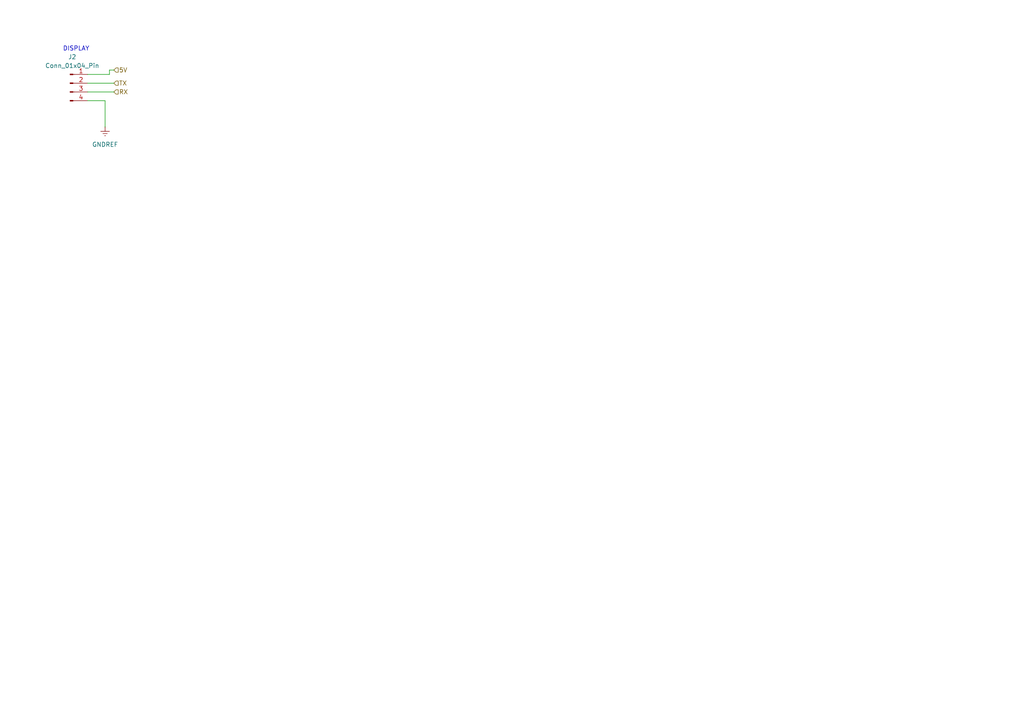
<source format=kicad_sch>
(kicad_sch (version 20231120) (generator "eeschema") (generator_version "8.0")
  (paper "A4")
  (lib_symbols
    (symbol "Connector:Conn_01x04_Pin" (pin_names (offset 1.016) hide)
      (property "Reference" "J" (at 0 5.08 0))
      (property "Value" "Conn_01x04_Pin" (at 0 -7.62 0))
      (symbol "Conn_01x04_Pin_1_1"
        (polyline (pts (xy 1.27 -5.08) (xy 0.8636 -5.08)) (stroke (width 0.1524)))
        (polyline (pts (xy 1.27 -2.54) (xy 0.8636 -2.54)) (stroke (width 0.1524)))
        (polyline (pts (xy 1.27 0) (xy 0.8636 0)) (stroke (width 0.1524)))
        (polyline (pts (xy 1.27 2.54) (xy 0.8636 2.54)) (stroke (width 0.1524)))
        (rectangle (start 0.8636 -4.953) (end 0 -5.207) (stroke (width 0.1524)) (fill (type outline)))
        (rectangle (start 0.8636 -2.413) (end 0 -2.667) (stroke (width 0.1524)) (fill (type outline)))
        (rectangle (start 0.8636 0.127) (end 0 -0.127) (stroke (width 0.1524)) (fill (type outline)))
        (rectangle (start 0.8636 2.667) (end 0 2.413) (stroke (width 0.1524)) (fill (type outline)))
        (pin passive line (at 5.08 2.54 180) (length 3.81) (name "Pin_1") (number "1"))
        (pin passive line (at 5.08 0 180) (length 3.81) (name "Pin_2") (number "2"))
        (pin passive line (at 5.08 -2.54 180) (length 3.81) (name "Pin_3") (number "3"))
        (pin passive line (at 5.08 -5.08 180) (length 3.81) (name "Pin_4") (number "4"))
      )
    )
    (symbol "power:GNDREF" (power) (pin_numbers hide) (pin_names (offset 0) hide)
      (property "Value" "GNDREF" (at 0 -3.81 0))
      (symbol "GNDREF_0_1"
        (polyline (pts (xy -0.635 -1.905) (xy 0.635 -1.905)))
        (polyline (pts (xy -0.127 -2.54) (xy 0.127 -2.54)))
        (polyline (pts (xy 0 -1.27) (xy 0 0)))
        (polyline (pts (xy 1.27 -1.27) (xy -1.27 -1.27)))
      )
      (symbol "GNDREF_1_1"
        (pin power_in line (at 0 0 270) (length 0) (name "~") (number "1"))
      )
    )
  )
  (wire (pts (xy 31.75 20.32) (xy 33.02 20.32)))
  (wire (pts (xy 25.4 29.21) (xy 30.48 29.21)))
  (wire (pts (xy 31.75 21.59) (xy 31.75 20.32)))
  (wire (pts (xy 25.4 24.13) (xy 33.02 24.13)))
  (wire (pts (xy 25.4 26.67) (xy 33.02 26.67)))
  (wire (pts (xy 25.4 21.59) (xy 31.75 21.59)))
  (wire (pts (xy 30.48 36.83) (xy 30.48 29.21)))
  (text "DISPLAY\n" (at 22.098 14.224 0) (effects (font (size 1.27 1.27))))
  (hierarchical_label "RX" (shape input) (at 33.02 26.67 0))
  (hierarchical_label "5V" (shape input) (at 33.02 20.32 0))
  (hierarchical_label "TX" (shape input) (at 33.02 24.13 0))
  (symbol (lib_id "power:GNDREF") (at 30.48 36.83 0) (unit 1)
    (property "Reference" "#PWR02" (effects (hide yes)))
    (property "Value" "GNDREF" (at 30.48 41.91 0))
    (property "Description" "Power symbol creates a global label with name \"GNDREF\" , reference supply ground" (effects (hide yes)))
  )
  (symbol (lib_id "Connector:Conn_01x04_Pin") (at 20.32 24.13 0) (unit 1)
    (property "Reference" "J2" (at 20.955 16.51 0))
    (property "Value" "Conn_01x04_Pin" (at 20.955 19.05 0))
    (property "Footprint" "Connector_JST:JST_EH_B4B-EH-A_1x04_P2.50mm_Vertical" (effects (hide yes)))
    (property "Description" "Generic connector, single row, 01x04, script generated" (effects (hide yes)))
  )
)
</source>
